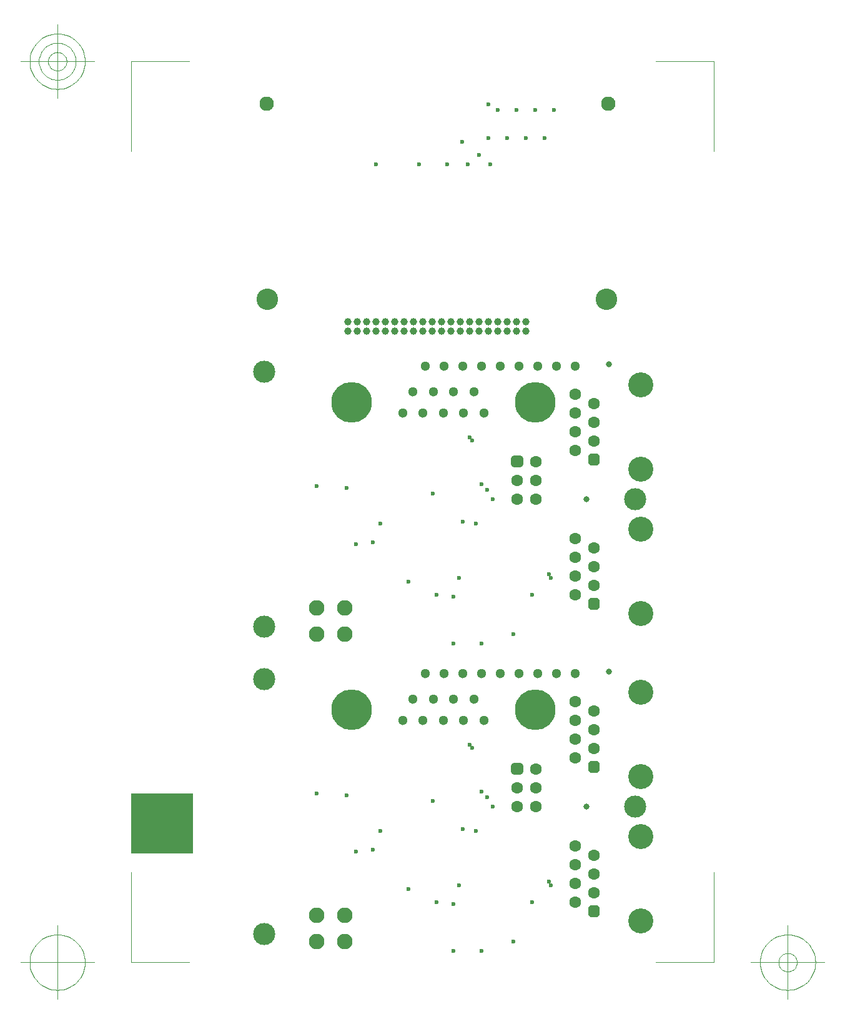
<source format=gbr>
G04 Generated by Ultiboard *
%FSLAX25Y25*%
%MOMM*%

%ADD10C,0.00100*%
%ADD11C,0.10000*%
%ADD12C,0.60000*%
%ADD13C,0.80000*%
%ADD14C,3.00000*%
%ADD15C,2.92100*%
%ADD16C,1.60000*%
%ADD17R,0.60508X0.60508*%
%ADD18C,0.99492*%
%ADD19C,1.30000*%
%ADD20C,5.50316*%
%ADD21C,2.11684*%
%ADD22R,0.75342X0.75342*%
%ADD23C,0.84658*%
%ADD24C,3.38684*%
%ADD25C,1.95560*%
%ADD26C,1.00000*%


%LNSolder Mask Bottom*%
%LPD*%
%FSLAX25Y25*%
%MOMM*%
G54D10*
G36*
X-1625600Y1447800D02*
X-1625600Y2260600D01*
X-787400Y2260600D01*
X-787400Y1447800D01*
X-1625600Y1447800D01*
G37*
G54D11*
X-1625600Y-30000D02*
X-1625600Y1190948D01*
X-1625600Y-30000D02*
X-835491Y-30000D01*
X6275493Y-30000D02*
X5485384Y-30000D01*
X6275493Y-30000D02*
X6275493Y1190948D01*
X6275493Y12179480D02*
X6275493Y10958532D01*
X6275493Y12179480D02*
X5485384Y12179480D01*
X-1625600Y12179480D02*
X-835491Y12179480D01*
X-1625600Y12179480D02*
X-1625600Y10958532D01*
X-2125600Y-30000D02*
X-3125600Y-30000D01*
X-2625600Y-530000D02*
X-2625600Y470000D01*
X-2250600Y-30000D02*
X-2252406Y6756D01*
X-2252406Y6756D02*
X-2257806Y43159D01*
X-2257806Y43159D02*
X-2266747Y78857D01*
X-2266747Y78857D02*
X-2279145Y113506D01*
X-2279145Y113506D02*
X-2294880Y146774D01*
X-2294880Y146774D02*
X-2313799Y178339D01*
X-2313799Y178339D02*
X-2335721Y207897D01*
X-2335721Y207897D02*
X-2360435Y235165D01*
X-2360435Y235165D02*
X-2387703Y259879D01*
X-2387703Y259879D02*
X-2417261Y281801D01*
X-2417261Y281801D02*
X-2448826Y300720D01*
X-2448826Y300720D02*
X-2482094Y316455D01*
X-2482094Y316455D02*
X-2516743Y328853D01*
X-2516743Y328853D02*
X-2552441Y337794D01*
X-2552441Y337794D02*
X-2588844Y343194D01*
X-2588844Y343194D02*
X-2625600Y345000D01*
X-2625600Y345000D02*
X-2662356Y343194D01*
X-2662356Y343194D02*
X-2698759Y337794D01*
X-2698759Y337794D02*
X-2734457Y328853D01*
X-2734457Y328853D02*
X-2769106Y316455D01*
X-2769106Y316455D02*
X-2802374Y300720D01*
X-2802374Y300720D02*
X-2833939Y281801D01*
X-2833939Y281801D02*
X-2863497Y259879D01*
X-2863497Y259879D02*
X-2890765Y235165D01*
X-2890765Y235165D02*
X-2915479Y207897D01*
X-2915479Y207897D02*
X-2937401Y178339D01*
X-2937401Y178339D02*
X-2956320Y146774D01*
X-2956320Y146774D02*
X-2972055Y113506D01*
X-2972055Y113506D02*
X-2984453Y78857D01*
X-2984453Y78857D02*
X-2993394Y43159D01*
X-2993394Y43159D02*
X-2998794Y6756D01*
X-2998794Y6756D02*
X-3000600Y-30000D01*
X-3000600Y-30000D02*
X-2998794Y-66756D01*
X-2998794Y-66756D02*
X-2993394Y-103159D01*
X-2993394Y-103159D02*
X-2984453Y-138857D01*
X-2984453Y-138857D02*
X-2972055Y-173506D01*
X-2972055Y-173506D02*
X-2956320Y-206774D01*
X-2956320Y-206774D02*
X-2937401Y-238339D01*
X-2937401Y-238339D02*
X-2915479Y-267897D01*
X-2915479Y-267897D02*
X-2890765Y-295165D01*
X-2890765Y-295165D02*
X-2863497Y-319879D01*
X-2863497Y-319879D02*
X-2833939Y-341801D01*
X-2833939Y-341801D02*
X-2802374Y-360720D01*
X-2802374Y-360720D02*
X-2769106Y-376455D01*
X-2769106Y-376455D02*
X-2734457Y-388853D01*
X-2734457Y-388853D02*
X-2698759Y-397794D01*
X-2698759Y-397794D02*
X-2662356Y-403194D01*
X-2662356Y-403194D02*
X-2625600Y-405000D01*
X-2625600Y-405000D02*
X-2588844Y-403194D01*
X-2588844Y-403194D02*
X-2552441Y-397794D01*
X-2552441Y-397794D02*
X-2516743Y-388853D01*
X-2516743Y-388853D02*
X-2482094Y-376455D01*
X-2482094Y-376455D02*
X-2448826Y-360720D01*
X-2448826Y-360720D02*
X-2417261Y-341801D01*
X-2417261Y-341801D02*
X-2387703Y-319879D01*
X-2387703Y-319879D02*
X-2360435Y-295165D01*
X-2360435Y-295165D02*
X-2335721Y-267897D01*
X-2335721Y-267897D02*
X-2313799Y-238339D01*
X-2313799Y-238339D02*
X-2294880Y-206774D01*
X-2294880Y-206774D02*
X-2279145Y-173506D01*
X-2279145Y-173506D02*
X-2266747Y-138857D01*
X-2266747Y-138857D02*
X-2257806Y-103159D01*
X-2257806Y-103159D02*
X-2252406Y-66756D01*
X-2252406Y-66756D02*
X-2250600Y-30000D01*
X6775493Y-30000D02*
X7775493Y-30000D01*
X7275493Y-530000D02*
X7275493Y470000D01*
X7650493Y-30000D02*
X7648688Y6756D01*
X7648688Y6756D02*
X7643288Y43159D01*
X7643288Y43159D02*
X7634346Y78857D01*
X7634346Y78857D02*
X7621948Y113506D01*
X7621948Y113506D02*
X7606214Y146774D01*
X7606214Y146774D02*
X7587294Y178339D01*
X7587294Y178339D02*
X7565372Y207897D01*
X7565372Y207897D02*
X7540658Y235165D01*
X7540658Y235165D02*
X7513391Y259879D01*
X7513391Y259879D02*
X7483832Y281801D01*
X7483832Y281801D02*
X7452267Y300720D01*
X7452267Y300720D02*
X7419000Y316455D01*
X7419000Y316455D02*
X7384350Y328853D01*
X7384350Y328853D02*
X7348652Y337794D01*
X7348652Y337794D02*
X7312250Y343194D01*
X7312250Y343194D02*
X7275493Y345000D01*
X7275493Y345000D02*
X7238737Y343194D01*
X7238737Y343194D02*
X7202335Y337794D01*
X7202335Y337794D02*
X7166637Y328853D01*
X7166637Y328853D02*
X7131987Y316455D01*
X7131987Y316455D02*
X7098720Y300720D01*
X7098720Y300720D02*
X7067155Y281801D01*
X7067155Y281801D02*
X7037596Y259879D01*
X7037596Y259879D02*
X7010328Y235165D01*
X7010328Y235165D02*
X6985614Y207897D01*
X6985614Y207897D02*
X6963692Y178339D01*
X6963692Y178339D02*
X6944773Y146774D01*
X6944773Y146774D02*
X6929039Y113506D01*
X6929039Y113506D02*
X6916641Y78857D01*
X6916641Y78857D02*
X6907699Y43159D01*
X6907699Y43159D02*
X6902299Y6756D01*
X6902299Y6756D02*
X6900493Y-30000D01*
X6900493Y-30000D02*
X6902299Y-66756D01*
X6902299Y-66756D02*
X6907699Y-103159D01*
X6907699Y-103159D02*
X6916641Y-138857D01*
X6916641Y-138857D02*
X6929039Y-173506D01*
X6929039Y-173506D02*
X6944773Y-206774D01*
X6944773Y-206774D02*
X6963692Y-238339D01*
X6963692Y-238339D02*
X6985614Y-267897D01*
X6985614Y-267897D02*
X7010328Y-295165D01*
X7010328Y-295165D02*
X7037596Y-319879D01*
X7037596Y-319879D02*
X7067155Y-341801D01*
X7067155Y-341801D02*
X7098720Y-360720D01*
X7098720Y-360720D02*
X7131987Y-376455D01*
X7131987Y-376455D02*
X7166637Y-388853D01*
X7166637Y-388853D02*
X7202335Y-397794D01*
X7202335Y-397794D02*
X7238737Y-403194D01*
X7238737Y-403194D02*
X7275493Y-405000D01*
X7275493Y-405000D02*
X7312250Y-403194D01*
X7312250Y-403194D02*
X7348652Y-397794D01*
X7348652Y-397794D02*
X7384350Y-388853D01*
X7384350Y-388853D02*
X7419000Y-376455D01*
X7419000Y-376455D02*
X7452267Y-360720D01*
X7452267Y-360720D02*
X7483832Y-341801D01*
X7483832Y-341801D02*
X7513391Y-319879D01*
X7513391Y-319879D02*
X7540658Y-295165D01*
X7540658Y-295165D02*
X7565372Y-267897D01*
X7565372Y-267897D02*
X7587294Y-238339D01*
X7587294Y-238339D02*
X7606214Y-206774D01*
X7606214Y-206774D02*
X7621948Y-173506D01*
X7621948Y-173506D02*
X7634346Y-138857D01*
X7634346Y-138857D02*
X7643288Y-103159D01*
X7643288Y-103159D02*
X7648688Y-66756D01*
X7648688Y-66756D02*
X7650493Y-30000D01*
X7400493Y-30000D02*
X7399891Y-17748D01*
X7399891Y-17748D02*
X7398091Y-5614D01*
X7398091Y-5614D02*
X7395111Y6286D01*
X7395111Y6286D02*
X7390978Y17835D01*
X7390978Y17835D02*
X7385733Y28925D01*
X7385733Y28925D02*
X7379427Y39446D01*
X7379427Y39446D02*
X7372120Y49299D01*
X7372120Y49299D02*
X7363882Y58388D01*
X7363882Y58388D02*
X7354792Y66626D01*
X7354792Y66626D02*
X7344940Y73934D01*
X7344940Y73934D02*
X7334418Y80240D01*
X7334418Y80240D02*
X7323329Y85485D01*
X7323329Y85485D02*
X7311779Y89618D01*
X7311779Y89618D02*
X7299880Y92598D01*
X7299880Y92598D02*
X7287745Y94398D01*
X7287745Y94398D02*
X7275493Y95000D01*
X7275493Y95000D02*
X7263241Y94398D01*
X7263241Y94398D02*
X7251107Y92598D01*
X7251107Y92598D02*
X7239208Y89618D01*
X7239208Y89618D02*
X7227658Y85485D01*
X7227658Y85485D02*
X7216569Y80240D01*
X7216569Y80240D02*
X7206047Y73934D01*
X7206047Y73934D02*
X7196194Y66626D01*
X7196194Y66626D02*
X7187105Y58388D01*
X7187105Y58388D02*
X7178867Y49299D01*
X7178867Y49299D02*
X7171560Y39446D01*
X7171560Y39446D02*
X7165253Y28925D01*
X7165253Y28925D02*
X7160008Y17835D01*
X7160008Y17835D02*
X7155876Y6286D01*
X7155876Y6286D02*
X7152895Y-5614D01*
X7152895Y-5614D02*
X7151095Y-17748D01*
X7151095Y-17748D02*
X7150493Y-30000D01*
X7150493Y-30000D02*
X7151095Y-42252D01*
X7151095Y-42252D02*
X7152895Y-54386D01*
X7152895Y-54386D02*
X7155876Y-66285D01*
X7155876Y-66285D02*
X7160008Y-77835D01*
X7160008Y-77835D02*
X7165253Y-88924D01*
X7165253Y-88924D02*
X7171560Y-99446D01*
X7171560Y-99446D02*
X7178867Y-109299D01*
X7178867Y-109299D02*
X7187105Y-118388D01*
X7187105Y-118388D02*
X7196194Y-126626D01*
X7196194Y-126626D02*
X7206047Y-133934D01*
X7206047Y-133934D02*
X7216569Y-140240D01*
X7216569Y-140240D02*
X7227658Y-145485D01*
X7227658Y-145485D02*
X7239208Y-149617D01*
X7239208Y-149617D02*
X7251107Y-152598D01*
X7251107Y-152598D02*
X7263241Y-154398D01*
X7263241Y-154398D02*
X7275493Y-155000D01*
X7275493Y-155000D02*
X7287745Y-154398D01*
X7287745Y-154398D02*
X7299880Y-152598D01*
X7299880Y-152598D02*
X7311779Y-149617D01*
X7311779Y-149617D02*
X7323329Y-145485D01*
X7323329Y-145485D02*
X7334418Y-140240D01*
X7334418Y-140240D02*
X7344940Y-133934D01*
X7344940Y-133934D02*
X7354792Y-126626D01*
X7354792Y-126626D02*
X7363882Y-118388D01*
X7363882Y-118388D02*
X7372120Y-109299D01*
X7372120Y-109299D02*
X7379427Y-99446D01*
X7379427Y-99446D02*
X7385733Y-88924D01*
X7385733Y-88924D02*
X7390978Y-77835D01*
X7390978Y-77835D02*
X7395111Y-66285D01*
X7395111Y-66285D02*
X7398091Y-54386D01*
X7398091Y-54386D02*
X7399891Y-42252D01*
X7399891Y-42252D02*
X7400493Y-30000D01*
X-2125600Y12179480D02*
X-3125600Y12179480D01*
X-2625600Y11679480D02*
X-2625600Y12679480D01*
X-2250600Y12179480D02*
X-2252406Y12216236D01*
X-2252406Y12216236D02*
X-2257806Y12252639D01*
X-2257806Y12252639D02*
X-2266747Y12288337D01*
X-2266747Y12288337D02*
X-2279145Y12322986D01*
X-2279145Y12322986D02*
X-2294880Y12356254D01*
X-2294880Y12356254D02*
X-2313799Y12387819D01*
X-2313799Y12387819D02*
X-2335721Y12417377D01*
X-2335721Y12417377D02*
X-2360435Y12444645D01*
X-2360435Y12444645D02*
X-2387703Y12469359D01*
X-2387703Y12469359D02*
X-2417261Y12491281D01*
X-2417261Y12491281D02*
X-2448826Y12510200D01*
X-2448826Y12510200D02*
X-2482094Y12525935D01*
X-2482094Y12525935D02*
X-2516743Y12538333D01*
X-2516743Y12538333D02*
X-2552441Y12547274D01*
X-2552441Y12547274D02*
X-2588844Y12552674D01*
X-2588844Y12552674D02*
X-2625600Y12554480D01*
X-2625600Y12554480D02*
X-2662356Y12552674D01*
X-2662356Y12552674D02*
X-2698759Y12547274D01*
X-2698759Y12547274D02*
X-2734457Y12538333D01*
X-2734457Y12538333D02*
X-2769106Y12525935D01*
X-2769106Y12525935D02*
X-2802374Y12510200D01*
X-2802374Y12510200D02*
X-2833939Y12491281D01*
X-2833939Y12491281D02*
X-2863497Y12469359D01*
X-2863497Y12469359D02*
X-2890765Y12444645D01*
X-2890765Y12444645D02*
X-2915479Y12417377D01*
X-2915479Y12417377D02*
X-2937401Y12387819D01*
X-2937401Y12387819D02*
X-2956320Y12356254D01*
X-2956320Y12356254D02*
X-2972055Y12322986D01*
X-2972055Y12322986D02*
X-2984453Y12288337D01*
X-2984453Y12288337D02*
X-2993394Y12252639D01*
X-2993394Y12252639D02*
X-2998794Y12216236D01*
X-2998794Y12216236D02*
X-3000600Y12179480D01*
X-3000600Y12179480D02*
X-2998794Y12142724D01*
X-2998794Y12142724D02*
X-2993394Y12106321D01*
X-2993394Y12106321D02*
X-2984453Y12070623D01*
X-2984453Y12070623D02*
X-2972055Y12035974D01*
X-2972055Y12035974D02*
X-2956320Y12002706D01*
X-2956320Y12002706D02*
X-2937401Y11971141D01*
X-2937401Y11971141D02*
X-2915479Y11941583D01*
X-2915479Y11941583D02*
X-2890765Y11914315D01*
X-2890765Y11914315D02*
X-2863497Y11889601D01*
X-2863497Y11889601D02*
X-2833939Y11867679D01*
X-2833939Y11867679D02*
X-2802374Y11848760D01*
X-2802374Y11848760D02*
X-2769106Y11833025D01*
X-2769106Y11833025D02*
X-2734457Y11820627D01*
X-2734457Y11820627D02*
X-2698759Y11811686D01*
X-2698759Y11811686D02*
X-2662356Y11806286D01*
X-2662356Y11806286D02*
X-2625600Y11804480D01*
X-2625600Y11804480D02*
X-2588844Y11806286D01*
X-2588844Y11806286D02*
X-2552441Y11811686D01*
X-2552441Y11811686D02*
X-2516743Y11820627D01*
X-2516743Y11820627D02*
X-2482094Y11833025D01*
X-2482094Y11833025D02*
X-2448826Y11848760D01*
X-2448826Y11848760D02*
X-2417261Y11867679D01*
X-2417261Y11867679D02*
X-2387703Y11889601D01*
X-2387703Y11889601D02*
X-2360435Y11914315D01*
X-2360435Y11914315D02*
X-2335721Y11941583D01*
X-2335721Y11941583D02*
X-2313799Y11971141D01*
X-2313799Y11971141D02*
X-2294880Y12002706D01*
X-2294880Y12002706D02*
X-2279145Y12035974D01*
X-2279145Y12035974D02*
X-2266747Y12070623D01*
X-2266747Y12070623D02*
X-2257806Y12106321D01*
X-2257806Y12106321D02*
X-2252406Y12142724D01*
X-2252406Y12142724D02*
X-2250600Y12179480D01*
X-2375600Y12179480D02*
X-2376804Y12203984D01*
X-2376804Y12203984D02*
X-2380404Y12228253D01*
X-2380404Y12228253D02*
X-2386365Y12252051D01*
X-2386365Y12252051D02*
X-2394630Y12275151D01*
X-2394630Y12275151D02*
X-2405120Y12297329D01*
X-2405120Y12297329D02*
X-2417733Y12318373D01*
X-2417733Y12318373D02*
X-2432347Y12338078D01*
X-2432347Y12338078D02*
X-2448823Y12356257D01*
X-2448823Y12356257D02*
X-2467002Y12372733D01*
X-2467002Y12372733D02*
X-2486708Y12387347D01*
X-2486708Y12387347D02*
X-2507751Y12399960D01*
X-2507751Y12399960D02*
X-2529929Y12410450D01*
X-2529929Y12410450D02*
X-2553029Y12418715D01*
X-2553029Y12418715D02*
X-2576828Y12424676D01*
X-2576828Y12424676D02*
X-2601096Y12428276D01*
X-2601096Y12428276D02*
X-2625600Y12429480D01*
X-2625600Y12429480D02*
X-2650104Y12428276D01*
X-2650104Y12428276D02*
X-2674373Y12424676D01*
X-2674373Y12424676D02*
X-2698171Y12418715D01*
X-2698171Y12418715D02*
X-2721271Y12410450D01*
X-2721271Y12410450D02*
X-2743449Y12399960D01*
X-2743449Y12399960D02*
X-2764493Y12387347D01*
X-2764493Y12387347D02*
X-2784198Y12372733D01*
X-2784198Y12372733D02*
X-2802377Y12356257D01*
X-2802377Y12356257D02*
X-2818853Y12338078D01*
X-2818853Y12338078D02*
X-2833467Y12318373D01*
X-2833467Y12318373D02*
X-2846080Y12297329D01*
X-2846080Y12297329D02*
X-2856570Y12275151D01*
X-2856570Y12275151D02*
X-2864835Y12252051D01*
X-2864835Y12252051D02*
X-2870796Y12228253D01*
X-2870796Y12228253D02*
X-2874396Y12203984D01*
X-2874396Y12203984D02*
X-2875600Y12179480D01*
X-2875600Y12179480D02*
X-2874396Y12154976D01*
X-2874396Y12154976D02*
X-2870796Y12130708D01*
X-2870796Y12130708D02*
X-2864835Y12106909D01*
X-2864835Y12106909D02*
X-2856570Y12083809D01*
X-2856570Y12083809D02*
X-2846080Y12061631D01*
X-2846080Y12061631D02*
X-2833467Y12040588D01*
X-2833467Y12040588D02*
X-2818853Y12020882D01*
X-2818853Y12020882D02*
X-2802377Y12002703D01*
X-2802377Y12002703D02*
X-2784198Y11986227D01*
X-2784198Y11986227D02*
X-2764493Y11971613D01*
X-2764493Y11971613D02*
X-2743449Y11959000D01*
X-2743449Y11959000D02*
X-2721271Y11948510D01*
X-2721271Y11948510D02*
X-2698171Y11940245D01*
X-2698171Y11940245D02*
X-2674373Y11934284D01*
X-2674373Y11934284D02*
X-2650104Y11930684D01*
X-2650104Y11930684D02*
X-2625600Y11929480D01*
X-2625600Y11929480D02*
X-2601096Y11930684D01*
X-2601096Y11930684D02*
X-2576828Y11934284D01*
X-2576828Y11934284D02*
X-2553029Y11940245D01*
X-2553029Y11940245D02*
X-2529929Y11948510D01*
X-2529929Y11948510D02*
X-2507751Y11959000D01*
X-2507751Y11959000D02*
X-2486708Y11971613D01*
X-2486708Y11971613D02*
X-2467002Y11986227D01*
X-2467002Y11986227D02*
X-2448823Y12002703D01*
X-2448823Y12002703D02*
X-2432347Y12020882D01*
X-2432347Y12020882D02*
X-2417733Y12040588D01*
X-2417733Y12040588D02*
X-2405120Y12061631D01*
X-2405120Y12061631D02*
X-2394630Y12083809D01*
X-2394630Y12083809D02*
X-2386365Y12106909D01*
X-2386365Y12106909D02*
X-2380404Y12130708D01*
X-2380404Y12130708D02*
X-2376804Y12154976D01*
X-2376804Y12154976D02*
X-2375600Y12179480D01*
X-2500600Y12179480D02*
X-2501202Y12191732D01*
X-2501202Y12191732D02*
X-2503002Y12203866D01*
X-2503002Y12203866D02*
X-2505983Y12215766D01*
X-2505983Y12215766D02*
X-2510115Y12227315D01*
X-2510115Y12227315D02*
X-2515360Y12238405D01*
X-2515360Y12238405D02*
X-2521666Y12248926D01*
X-2521666Y12248926D02*
X-2528974Y12258779D01*
X-2528974Y12258779D02*
X-2537212Y12267868D01*
X-2537212Y12267868D02*
X-2546301Y12276106D01*
X-2546301Y12276106D02*
X-2556154Y12283414D01*
X-2556154Y12283414D02*
X-2566676Y12289720D01*
X-2566676Y12289720D02*
X-2577765Y12294965D01*
X-2577765Y12294965D02*
X-2589315Y12299098D01*
X-2589315Y12299098D02*
X-2601214Y12302078D01*
X-2601214Y12302078D02*
X-2613348Y12303878D01*
X-2613348Y12303878D02*
X-2625600Y12304480D01*
X-2625600Y12304480D02*
X-2637852Y12303878D01*
X-2637852Y12303878D02*
X-2649986Y12302078D01*
X-2649986Y12302078D02*
X-2661886Y12299098D01*
X-2661886Y12299098D02*
X-2673435Y12294965D01*
X-2673435Y12294965D02*
X-2684525Y12289720D01*
X-2684525Y12289720D02*
X-2695046Y12283414D01*
X-2695046Y12283414D02*
X-2704899Y12276106D01*
X-2704899Y12276106D02*
X-2713988Y12267868D01*
X-2713988Y12267868D02*
X-2722226Y12258779D01*
X-2722226Y12258779D02*
X-2729534Y12248926D01*
X-2729534Y12248926D02*
X-2735840Y12238405D01*
X-2735840Y12238405D02*
X-2741085Y12227315D01*
X-2741085Y12227315D02*
X-2745218Y12215766D01*
X-2745218Y12215766D02*
X-2748198Y12203866D01*
X-2748198Y12203866D02*
X-2749998Y12191732D01*
X-2749998Y12191732D02*
X-2750600Y12179480D01*
X-2750600Y12179480D02*
X-2749998Y12167228D01*
X-2749998Y12167228D02*
X-2748198Y12155094D01*
X-2748198Y12155094D02*
X-2745218Y12143195D01*
X-2745218Y12143195D02*
X-2741085Y12131645D01*
X-2741085Y12131645D02*
X-2735840Y12120556D01*
X-2735840Y12120556D02*
X-2729534Y12110034D01*
X-2729534Y12110034D02*
X-2722226Y12100181D01*
X-2722226Y12100181D02*
X-2713988Y12091092D01*
X-2713988Y12091092D02*
X-2704899Y12082854D01*
X-2704899Y12082854D02*
X-2695046Y12075546D01*
X-2695046Y12075546D02*
X-2684525Y12069240D01*
X-2684525Y12069240D02*
X-2673435Y12063995D01*
X-2673435Y12063995D02*
X-2661886Y12059863D01*
X-2661886Y12059863D02*
X-2649986Y12056882D01*
X-2649986Y12056882D02*
X-2637852Y12055082D01*
X-2637852Y12055082D02*
X-2625600Y12054480D01*
X-2625600Y12054480D02*
X-2613348Y12055082D01*
X-2613348Y12055082D02*
X-2601214Y12056882D01*
X-2601214Y12056882D02*
X-2589315Y12059863D01*
X-2589315Y12059863D02*
X-2577765Y12063995D01*
X-2577765Y12063995D02*
X-2566676Y12069240D01*
X-2566676Y12069240D02*
X-2556154Y12075546D01*
X-2556154Y12075546D02*
X-2546301Y12082854D01*
X-2546301Y12082854D02*
X-2537212Y12091092D01*
X-2537212Y12091092D02*
X-2528974Y12100181D01*
X-2528974Y12100181D02*
X-2521666Y12110034D01*
X-2521666Y12110034D02*
X-2515360Y12120556D01*
X-2515360Y12120556D02*
X-2510115Y12131645D01*
X-2510115Y12131645D02*
X-2505983Y12143195D01*
X-2505983Y12143195D02*
X-2503002Y12155094D01*
X-2503002Y12155094D02*
X-2501202Y12167228D01*
X-2501202Y12167228D02*
X-2500600Y12179480D01*
G54D12*
X3200400Y6375400D03*
X889000Y6426200D03*
X1295400Y6400800D03*
X3200400Y2209800D03*
X1422400Y1473200D03*
X889000Y2260600D03*
X1295400Y2235200D03*
X1651000Y1498600D03*
X2133600Y965200D03*
X2514600Y787400D03*
X2743200Y762000D03*
X2743200Y127000D03*
X3124200Y127000D03*
X2819400Y1016000D03*
X1752600Y1752600D03*
X2463800Y2159000D03*
X3048000Y1752600D03*
X2870200Y1778000D03*
X3124200Y2286000D03*
X3000000Y2880000D03*
X2960000Y2920000D03*
X1422400Y5638800D03*
X2743200Y4292600D03*
X3124200Y4292600D03*
X2133600Y5130800D03*
X1651000Y5664200D03*
X1752600Y5918200D03*
X2819400Y5181600D03*
X2514600Y4953000D03*
X2743200Y4927600D03*
X2463800Y6324600D03*
X3048000Y5918200D03*
X2870200Y5943600D03*
X4038600Y1066800D03*
X3810000Y787400D03*
X3556000Y254000D03*
X4064000Y1016000D03*
X3276600Y2082800D03*
X3556000Y4419600D03*
X4038600Y5232400D03*
X3810000Y4953000D03*
X3276600Y6248400D03*
X4064000Y5181600D03*
X3217520Y11142320D03*
X3217520Y11599520D03*
X3242920Y10786720D03*
X3124200Y6451600D03*
X3000000Y7045600D03*
X2960000Y7085600D03*
X1693520Y10786720D03*
X2277720Y10786720D03*
X2658720Y10786720D03*
X2938120Y10786720D03*
X2861920Y11091520D03*
X3090520Y10913720D03*
X3979520Y11142320D03*
X3471520Y11142320D03*
X3725520Y11142320D03*
X3598520Y11523320D03*
X3344520Y11523320D03*
X3852520Y11523320D03*
X4106520Y11523320D03*
G54D13*
X4546600Y2082800D03*
X4851400Y3911600D03*
X4546600Y6248400D03*
X4851400Y8077200D03*
G54D14*
X177800Y355600D03*
X177800Y3810000D03*
X177800Y4521200D03*
X177800Y7975600D03*
X5207000Y6248400D03*
X5207000Y2082800D03*
G54D15*
X220320Y8957920D03*
X4817720Y8957920D03*
G54D16*
X3606800Y6502400D03*
X3860800Y6502400D03*
X3606800Y6248400D03*
X3860800Y6248400D03*
X3860800Y6756400D03*
X4394200Y3251200D03*
X4648200Y3124200D03*
X4394200Y2997200D03*
X4394200Y2743200D03*
X4648200Y2870200D03*
X4394200Y3505200D03*
X4648200Y3378200D03*
X4394200Y1549400D03*
X4394200Y787400D03*
X4394200Y1041400D03*
X4394200Y1295400D03*
X4648200Y1168400D03*
X4648200Y914400D03*
X4648200Y1422400D03*
X3606800Y2336800D03*
X3860800Y2336800D03*
X3606800Y2082800D03*
X3860800Y2082800D03*
X3860800Y2590800D03*
X4648200Y5588000D03*
X4394200Y5461000D03*
X4394200Y4953000D03*
X4394200Y5207000D03*
X4648200Y5080000D03*
X4648200Y5334000D03*
X4394200Y5715000D03*
X4394200Y7162800D03*
X4648200Y7289800D03*
X4394200Y6908800D03*
X4648200Y7035800D03*
X4394200Y7670800D03*
X4394200Y7416800D03*
X4648200Y7543800D03*
G54D17*
X3606800Y6756400D03*
X3606800Y2590800D03*
G54D18*
X3576546Y6726146D02*
X3637054Y6726146D01*
X3637054Y6786654D01*
X3576546Y6786654D01*
X3576546Y6726146D01*D02*
X3576546Y2560546D02*
X3637054Y2560546D01*
X3637054Y2621054D01*
X3576546Y2621054D01*
X3576546Y2560546D01*D02*
G54D19*
X3124200Y3886200D03*
X2362200Y3886200D03*
X2870200Y3886200D03*
X2616200Y3886200D03*
X3632200Y3886200D03*
X3378200Y3886200D03*
X3886200Y3886200D03*
X4394200Y3886200D03*
X4140200Y3886200D03*
X3158067Y3251200D03*
X2057400Y3251200D03*
X2332567Y3251200D03*
X2607733Y3251200D03*
X2882900Y3251200D03*
X2470150Y3534833D03*
X2194983Y3534833D03*
X2745317Y3534833D03*
X3020483Y3534833D03*
X3124200Y8051800D03*
X2362200Y8051800D03*
X2870200Y8051800D03*
X2616200Y8051800D03*
X3632200Y8051800D03*
X3378200Y8051800D03*
X3886200Y8051800D03*
X4394200Y8051800D03*
X4140200Y8051800D03*
X3158067Y7416800D03*
X2332567Y7416800D03*
X2470150Y7700433D03*
X2057400Y7416800D03*
X2194983Y7700433D03*
X2745317Y7700433D03*
X2882900Y7416800D03*
X2607733Y7416800D03*
X3020483Y7700433D03*
G54D20*
X1367367Y3393017D03*
X3852333Y3393017D03*
X1367367Y7558617D03*
X3852333Y7558617D03*
G54D21*
X889000Y609600D03*
X889000Y254000D03*
X1270000Y609600D03*
X1270000Y254000D03*
X889000Y4775200D03*
X1270000Y4775200D03*
X889000Y4419600D03*
X1270000Y4419600D03*
G54D22*
X4648200Y2616200D03*
X4648200Y660400D03*
X4648200Y4826000D03*
X4648200Y6781800D03*
G54D23*
X4610529Y2578529D02*
X4685871Y2578529D01*
X4685871Y2653871D01*
X4610529Y2653871D01*
X4610529Y2578529D01*D02*
X4610529Y622729D02*
X4685871Y622729D01*
X4685871Y698071D01*
X4610529Y698071D01*
X4610529Y622729D01*D02*
X4610529Y4788329D02*
X4685871Y4788329D01*
X4685871Y4863671D01*
X4610529Y4863671D01*
X4610529Y4788329D01*D02*
X4610529Y6744129D02*
X4685871Y6744129D01*
X4685871Y6819471D01*
X4610529Y6819471D01*
X4610529Y6744129D01*D02*
G54D24*
X5283200Y2489200D03*
X5283200Y3632200D03*
X5283200Y1676400D03*
X5283200Y533400D03*
X5283200Y4699000D03*
X5283200Y5842000D03*
X5283200Y6654800D03*
X5283200Y7797800D03*
G54D25*
X213520Y11606320D03*
X4846520Y11606020D03*
G54D26*
X3217520Y8526120D03*
X3217520Y8653120D03*
X1566520Y8526120D03*
X1566520Y8653120D03*
X1312520Y8526120D03*
X1312520Y8653120D03*
X1439520Y8526120D03*
X1439520Y8653120D03*
X1947520Y8526120D03*
X1947520Y8653120D03*
X1693520Y8653120D03*
X1693520Y8526120D03*
X1820520Y8526120D03*
X1820520Y8653120D03*
X2074520Y8653120D03*
X2074520Y8526120D03*
X2201520Y8526120D03*
X2328520Y8526120D03*
X2201520Y8653120D03*
X2328520Y8653120D03*
X2836520Y8653120D03*
X2836520Y8526120D03*
X2455520Y8653120D03*
X2455520Y8526120D03*
X2582520Y8526120D03*
X2709520Y8526120D03*
X2582520Y8653120D03*
X2709520Y8653120D03*
X2963520Y8526120D03*
X3090520Y8526120D03*
X2963520Y8653120D03*
X3090520Y8653120D03*
X3598520Y8653120D03*
X3598520Y8526120D03*
X3344520Y8526120D03*
X3471520Y8526120D03*
X3344520Y8653120D03*
X3471520Y8653120D03*
X3725520Y8526120D03*
X3725520Y8653120D03*

M00*

</source>
